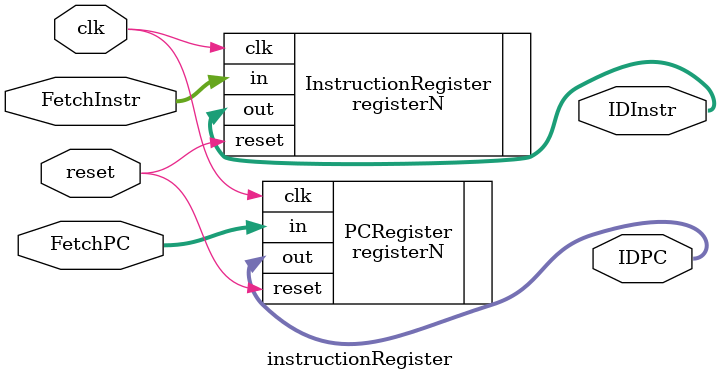
<source format=sv>
module instructionRegister (clk, reset, FetchPC, FetchInstr, IDPC, IDInstr);
    
    input  logic        clk, reset;
    input  logic [31:0] FetchInstr;
	 input  logic [63:0] FetchPC;

    output logic [31:0] IDInstr;
	 output logic [63:0] IDPC;

    // regs
    registerN #(.N(32)) InstructionRegister (.reset, .clk, .in(FetchInstr), .out(IDInstr));
	 registerN #(.N(64)) PCRegister (.reset, .clk, .in(FetchPC), .out(IDPC));

endmodule 
</source>
